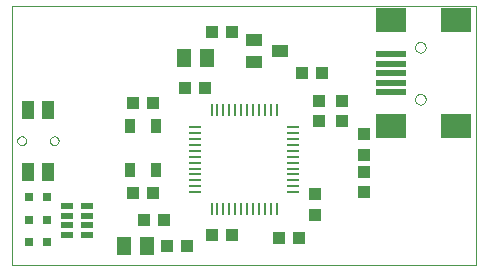
<source format=gtp>
G75*
%MOIN*%
%OFA0B0*%
%FSLAX24Y24*%
%IPPOS*%
%LPD*%
%AMOC8*
5,1,8,0,0,1.08239X$1,22.5*
%
%ADD10C,0.0000*%
%ADD11R,0.0433X0.0394*%
%ADD12R,0.0984X0.0197*%
%ADD13R,0.0984X0.0787*%
%ADD14R,0.0394X0.0433*%
%ADD15R,0.0512X0.0591*%
%ADD16R,0.0410X0.0110*%
%ADD17R,0.0110X0.0410*%
%ADD18R,0.0354X0.0472*%
%ADD19R,0.0315X0.0315*%
%ADD20R,0.0551X0.0394*%
%ADD21R,0.0394X0.0610*%
%ADD22R,0.0400X0.0200*%
D10*
X005150Y004018D02*
X005150Y012639D01*
X020645Y012639D01*
X020645Y004018D01*
X005150Y004018D01*
X005336Y008143D02*
X005338Y008167D01*
X005344Y008190D01*
X005353Y008212D01*
X005366Y008232D01*
X005381Y008250D01*
X005400Y008265D01*
X005421Y008277D01*
X005443Y008285D01*
X005466Y008290D01*
X005490Y008291D01*
X005514Y008288D01*
X005536Y008281D01*
X005558Y008271D01*
X005578Y008258D01*
X005595Y008241D01*
X005609Y008222D01*
X005620Y008201D01*
X005628Y008178D01*
X005632Y008155D01*
X005632Y008131D01*
X005628Y008108D01*
X005620Y008085D01*
X005609Y008064D01*
X005595Y008045D01*
X005578Y008028D01*
X005558Y008015D01*
X005536Y008005D01*
X005514Y007998D01*
X005490Y007995D01*
X005466Y007996D01*
X005443Y008001D01*
X005421Y008009D01*
X005400Y008021D01*
X005381Y008036D01*
X005366Y008054D01*
X005353Y008074D01*
X005344Y008096D01*
X005338Y008119D01*
X005336Y008143D01*
X006418Y008143D02*
X006420Y008167D01*
X006426Y008190D01*
X006435Y008212D01*
X006448Y008232D01*
X006463Y008250D01*
X006482Y008265D01*
X006503Y008277D01*
X006525Y008285D01*
X006548Y008290D01*
X006572Y008291D01*
X006596Y008288D01*
X006618Y008281D01*
X006640Y008271D01*
X006660Y008258D01*
X006677Y008241D01*
X006691Y008222D01*
X006702Y008201D01*
X006710Y008178D01*
X006714Y008155D01*
X006714Y008131D01*
X006710Y008108D01*
X006702Y008085D01*
X006691Y008064D01*
X006677Y008045D01*
X006660Y008028D01*
X006640Y008015D01*
X006618Y008005D01*
X006596Y007998D01*
X006572Y007995D01*
X006548Y007996D01*
X006525Y008001D01*
X006503Y008009D01*
X006482Y008021D01*
X006463Y008036D01*
X006448Y008054D01*
X006435Y008074D01*
X006426Y008096D01*
X006420Y008119D01*
X006418Y008143D01*
X018598Y009527D02*
X018600Y009553D01*
X018606Y009579D01*
X018616Y009604D01*
X018629Y009627D01*
X018645Y009647D01*
X018665Y009665D01*
X018687Y009680D01*
X018710Y009692D01*
X018736Y009700D01*
X018762Y009704D01*
X018788Y009704D01*
X018814Y009700D01*
X018840Y009692D01*
X018864Y009680D01*
X018885Y009665D01*
X018905Y009647D01*
X018921Y009627D01*
X018934Y009604D01*
X018944Y009579D01*
X018950Y009553D01*
X018952Y009527D01*
X018950Y009501D01*
X018944Y009475D01*
X018934Y009450D01*
X018921Y009427D01*
X018905Y009407D01*
X018885Y009389D01*
X018863Y009374D01*
X018840Y009362D01*
X018814Y009354D01*
X018788Y009350D01*
X018762Y009350D01*
X018736Y009354D01*
X018710Y009362D01*
X018686Y009374D01*
X018665Y009389D01*
X018645Y009407D01*
X018629Y009427D01*
X018616Y009450D01*
X018606Y009475D01*
X018600Y009501D01*
X018598Y009527D01*
X018598Y011259D02*
X018600Y011285D01*
X018606Y011311D01*
X018616Y011336D01*
X018629Y011359D01*
X018645Y011379D01*
X018665Y011397D01*
X018687Y011412D01*
X018710Y011424D01*
X018736Y011432D01*
X018762Y011436D01*
X018788Y011436D01*
X018814Y011432D01*
X018840Y011424D01*
X018864Y011412D01*
X018885Y011397D01*
X018905Y011379D01*
X018921Y011359D01*
X018934Y011336D01*
X018944Y011311D01*
X018950Y011285D01*
X018952Y011259D01*
X018950Y011233D01*
X018944Y011207D01*
X018934Y011182D01*
X018921Y011159D01*
X018905Y011139D01*
X018885Y011121D01*
X018863Y011106D01*
X018840Y011094D01*
X018814Y011086D01*
X018788Y011082D01*
X018762Y011082D01*
X018736Y011086D01*
X018710Y011094D01*
X018686Y011106D01*
X018665Y011121D01*
X018645Y011139D01*
X018629Y011159D01*
X018616Y011182D01*
X018606Y011207D01*
X018600Y011233D01*
X018598Y011259D01*
D11*
X016150Y009478D03*
X015400Y009478D03*
X015400Y008809D03*
X016150Y008809D03*
X016900Y008353D03*
X016900Y007684D03*
X016900Y007103D03*
X016900Y006434D03*
X014735Y004893D03*
X014065Y004893D03*
X012485Y005018D03*
X011815Y005018D03*
X010985Y004643D03*
X010315Y004643D03*
X010235Y005518D03*
X009565Y005518D03*
X009860Y006393D03*
X009190Y006393D03*
X009190Y009393D03*
X009860Y009393D03*
X010940Y009893D03*
X011610Y009893D03*
D12*
X017791Y009763D03*
X017791Y010078D03*
X017791Y010393D03*
X017791Y010708D03*
X017791Y011023D03*
D13*
X017791Y012165D03*
X019956Y012165D03*
X019956Y008622D03*
X017791Y008622D03*
D14*
X015485Y010393D03*
X014815Y010393D03*
X012485Y011768D03*
X011815Y011768D03*
X015275Y006353D03*
X015275Y005684D03*
D15*
X009649Y004643D03*
X008901Y004643D03*
X010901Y010893D03*
X011649Y010893D03*
D16*
X011260Y008598D03*
X011260Y008408D03*
X011260Y008208D03*
X011260Y008008D03*
X011260Y007818D03*
X011260Y007618D03*
X011260Y007418D03*
X011260Y007218D03*
X011260Y007028D03*
X011260Y006828D03*
X011260Y006628D03*
X011260Y006438D03*
X014540Y006438D03*
X014540Y006628D03*
X014540Y006828D03*
X014540Y007028D03*
X014540Y007218D03*
X014540Y007418D03*
X014540Y007618D03*
X014540Y007818D03*
X014540Y008008D03*
X014540Y008208D03*
X014540Y008408D03*
X014540Y008598D03*
D17*
X013980Y009158D03*
X013790Y009158D03*
X013590Y009158D03*
X013390Y009158D03*
X013200Y009158D03*
X013000Y009158D03*
X012800Y009158D03*
X012600Y009158D03*
X012410Y009158D03*
X012210Y009158D03*
X012010Y009158D03*
X011820Y009158D03*
X011820Y005878D03*
X012010Y005878D03*
X012210Y005878D03*
X012410Y005878D03*
X012600Y005878D03*
X012800Y005878D03*
X013000Y005878D03*
X013200Y005878D03*
X013390Y005878D03*
X013590Y005878D03*
X013790Y005878D03*
X013980Y005878D03*
D18*
X009958Y007165D03*
X009092Y007165D03*
X009092Y008622D03*
X009958Y008622D03*
D19*
X006320Y006268D03*
X005730Y006268D03*
X005730Y005518D03*
X006320Y005518D03*
X006320Y004768D03*
X005730Y004768D03*
D20*
X013217Y010769D03*
X014083Y011143D03*
X013217Y011517D03*
D21*
X006360Y009177D03*
X005690Y009177D03*
X005690Y007110D03*
X006360Y007110D03*
D22*
X007000Y005963D03*
X007000Y005648D03*
X007000Y005333D03*
X007000Y005018D03*
X007650Y005018D03*
X007650Y005333D03*
X007650Y005648D03*
X007650Y005963D03*
M02*

</source>
